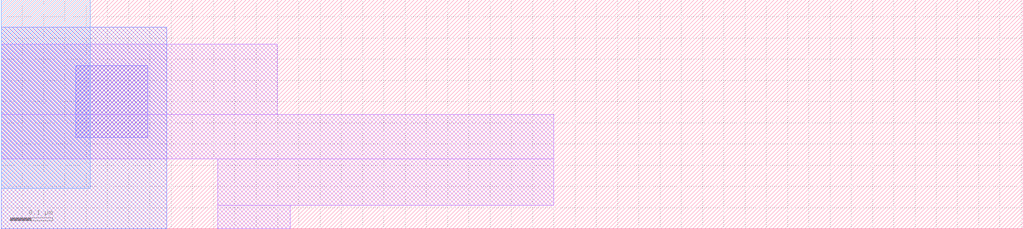
<source format=lef>
# Copyright 2020 The SkyWater PDK Authors
#
# Licensed under the Apache License, Version 2.0 (the "License");
# you may not use this file except in compliance with the License.
# You may obtain a copy of the License at
#
#     https://www.apache.org/licenses/LICENSE-2.0
#
# Unless required by applicable law or agreed to in writing, software
# distributed under the License is distributed on an "AS IS" BASIS,
# WITHOUT WARRANTIES OR CONDITIONS OF ANY KIND, either express or implied.
# See the License for the specific language governing permissions and
# limitations under the License.
#
# SPDX-License-Identifier: Apache-2.0

VERSION 5.7 ;
  NOWIREEXTENSIONATPIN ON ;
  DIVIDERCHAR "/" ;
  BUSBITCHARS "[]" ;
MACRO sky130_fd_bd_sram__sram_dp_swldrv_tap_c
  CLASS BLOCK ;
  FOREIGN sky130_fd_bd_sram__sram_dp_swldrv_tap_c ;
  ORIGIN  0.000000  0.000000 ;
  SIZE  2.405000 BY  0.540000 ;
  OBS
    LAYER li1 ;
      RECT 0.000000 0.165000 1.300000 0.270000 ;
      RECT 0.000000 0.270000 0.650000 0.435000 ;
      RECT 0.510000 0.000000 0.680000 0.055000 ;
      RECT 0.510000 0.055000 1.300000 0.165000 ;
    LAYER mcon ;
      RECT 0.175000 0.215000 0.345000 0.385000 ;
    LAYER met1 ;
      RECT 0.000000 0.000000 0.390000 0.475000 ;
    LAYER pwell ;
      RECT 0.000000 0.095000 0.210000 0.540000 ;
  END
END sky130_fd_bd_sram__sram_dp_swldrv_tap_c
END LIBRARY

</source>
